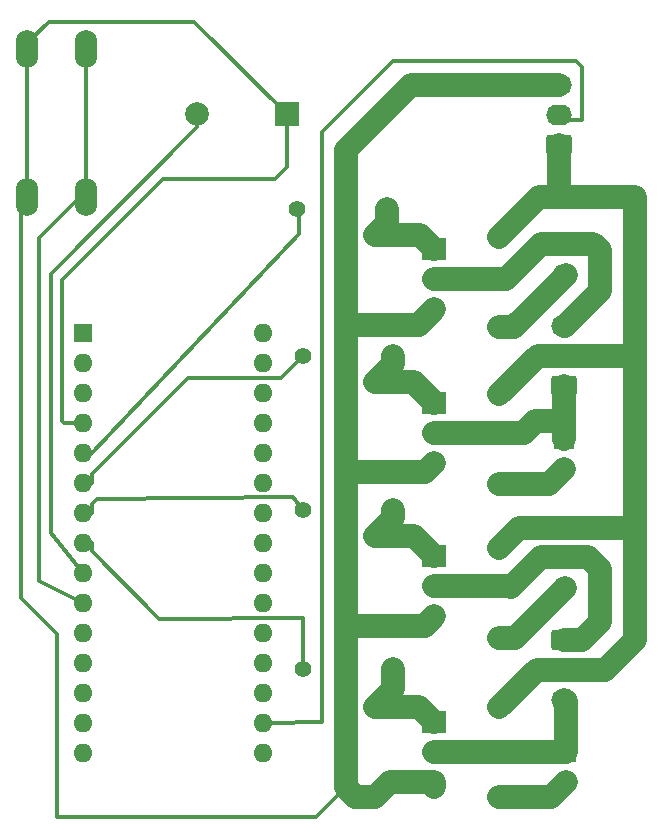
<source format=gbr>
%TF.GenerationSoftware,KiCad,Pcbnew,9.0.6*%
%TF.CreationDate,2025-12-10T20:02:50+01:00*%
%TF.ProjectId,oppakkerV3,6f707061-6b6b-4657-9256-332e6b696361,rev?*%
%TF.SameCoordinates,Original*%
%TF.FileFunction,Copper,L2,Bot*%
%TF.FilePolarity,Positive*%
%FSLAX46Y46*%
G04 Gerber Fmt 4.6, Leading zero omitted, Abs format (unit mm)*
G04 Created by KiCad (PCBNEW 9.0.6) date 2025-12-10 20:02:50*
%MOMM*%
%LPD*%
G01*
G04 APERTURE LIST*
G04 Aperture macros list*
%AMRoundRect*
0 Rectangle with rounded corners*
0 $1 Rounding radius*
0 $2 $3 $4 $5 $6 $7 $8 $9 X,Y pos of 4 corners*
0 Add a 4 corners polygon primitive as box body*
4,1,4,$2,$3,$4,$5,$6,$7,$8,$9,$2,$3,0*
0 Add four circle primitives for the rounded corners*
1,1,$1+$1,$2,$3*
1,1,$1+$1,$4,$5*
1,1,$1+$1,$6,$7*
1,1,$1+$1,$8,$9*
0 Add four rect primitives between the rounded corners*
20,1,$1+$1,$2,$3,$4,$5,0*
20,1,$1+$1,$4,$5,$6,$7,0*
20,1,$1+$1,$6,$7,$8,$9,0*
20,1,$1+$1,$8,$9,$2,$3,0*%
G04 Aperture macros list end*
%TA.AperFunction,ComponentPad*%
%ADD10RoundRect,0.250000X0.845000X-0.620000X0.845000X0.620000X-0.845000X0.620000X-0.845000X-0.620000X0*%
%TD*%
%TA.AperFunction,ComponentPad*%
%ADD11O,2.190000X1.740000*%
%TD*%
%TA.AperFunction,ComponentPad*%
%ADD12RoundRect,0.250000X-0.845000X0.620000X-0.845000X-0.620000X0.845000X-0.620000X0.845000X0.620000X0*%
%TD*%
%TA.AperFunction,ComponentPad*%
%ADD13C,2.000000*%
%TD*%
%TA.AperFunction,ComponentPad*%
%ADD14R,2.000000X2.000000*%
%TD*%
%TA.AperFunction,ComponentPad*%
%ADD15R,2.000000X1.905000*%
%TD*%
%TA.AperFunction,ComponentPad*%
%ADD16O,2.000000X1.905000*%
%TD*%
%TA.AperFunction,ComponentPad*%
%ADD17C,1.400000*%
%TD*%
%TA.AperFunction,ComponentPad*%
%ADD18R,1.600000X1.600000*%
%TD*%
%TA.AperFunction,ComponentPad*%
%ADD19O,1.600000X1.600000*%
%TD*%
%TA.AperFunction,ComponentPad*%
%ADD20R,1.800000X1.800000*%
%TD*%
%TA.AperFunction,ComponentPad*%
%ADD21C,1.800000*%
%TD*%
%TA.AperFunction,ComponentPad*%
%ADD22O,1.900000X3.200000*%
%TD*%
%TA.AperFunction,Conductor*%
%ADD23C,0.350000*%
%TD*%
%TA.AperFunction,Conductor*%
%ADD24C,2.000000*%
%TD*%
G04 APERTURE END LIST*
D10*
%TO.P,J4,1,Pin_1*%
%TO.N,/+48V*%
X166000000Y-93580000D03*
D11*
%TO.P,J4,2,Pin_2*%
%TO.N,/+3.3V*%
X166000000Y-91040000D03*
%TO.P,J4,3,Pin_3*%
%TO.N,/GND*%
X166000000Y-88500000D03*
%TD*%
D12*
%TO.P,J2,1,Pin_1*%
%TO.N,Net-(D3-K)*%
X166500000Y-135500000D03*
D11*
%TO.P,J2,2,Pin_2*%
%TO.N,/+48V*%
X166500000Y-138040000D03*
%TO.P,J2,3,Pin_3*%
%TO.N,Net-(D4-K)*%
X166500000Y-140580000D03*
%TD*%
D10*
%TO.P,J1,1,Pin_1*%
%TO.N,Net-(D2-K)*%
X166500000Y-114000000D03*
D11*
%TO.P,J1,2,Pin_2*%
%TO.N,/+48V*%
X166500000Y-111460000D03*
%TO.P,J1,3,Pin_3*%
%TO.N,Net-(D1-K)*%
X166500000Y-108920000D03*
%TD*%
D13*
%TO.P,BZ1,2,-*%
%TO.N,Net-(A1-D6)*%
X135400000Y-91000000D03*
D14*
%TO.P,BZ1,1,+*%
%TO.N,/GND*%
X143000000Y-91000000D03*
%TD*%
D15*
%TO.P,Q3,1,G*%
%TO.N,Net-(Q3-G)*%
X155500000Y-128420000D03*
D16*
%TO.P,Q3,2,D*%
%TO.N,Net-(D3-K)*%
X155500000Y-130960000D03*
%TO.P,Q3,3,S*%
%TO.N,/GND*%
X155500000Y-133500000D03*
%TD*%
D17*
%TO.P,R1,1*%
%TO.N,Net-(Q1-G)*%
X150500000Y-101190000D03*
%TO.P,R1,2*%
%TO.N,/GND*%
X150500000Y-108810000D03*
%TD*%
D18*
%TO.P,A1,1,D1/TX*%
%TO.N,unconnected-(A1-D1{slash}TX-Pad1)*%
X125760000Y-109500000D03*
D19*
%TO.P,A1,2,D0/RX*%
%TO.N,unconnected-(A1-D0{slash}RX-Pad2)*%
X125760000Y-112040000D03*
%TO.P,A1,3,~{RESET}*%
%TO.N,unconnected-(A1-~{RESET}-Pad3)*%
X125760000Y-114580000D03*
%TO.P,A1,4,GND*%
%TO.N,/GND*%
X125760000Y-117120000D03*
%TO.P,A1,5,D2*%
%TO.N,Net-(A1-D2)*%
X125760000Y-119660000D03*
%TO.P,A1,6,D3*%
%TO.N,Net-(A1-D3)*%
X125760000Y-122200000D03*
%TO.P,A1,7,D4*%
%TO.N,Net-(A1-D4)*%
X125760000Y-124740000D03*
%TO.P,A1,8,D5*%
%TO.N,Net-(A1-D5)*%
X125760000Y-127280000D03*
%TO.P,A1,9,D6*%
%TO.N,Net-(A1-D6)*%
X125760000Y-129820000D03*
%TO.P,A1,10,D7*%
%TO.N,Net-(A1-D7)*%
X125760000Y-132360000D03*
%TO.P,A1,11,D8*%
%TO.N,unconnected-(A1-D8-Pad11)*%
X125760000Y-134900000D03*
%TO.P,A1,12,D9*%
%TO.N,unconnected-(A1-D9-Pad12)*%
X125760000Y-137440000D03*
%TO.P,A1,13,D10*%
%TO.N,unconnected-(A1-D10-Pad13)*%
X125760000Y-139980000D03*
%TO.P,A1,14,D11*%
%TO.N,unconnected-(A1-D11-Pad14)*%
X125760000Y-142520000D03*
%TO.P,A1,15,D12*%
%TO.N,unconnected-(A1-D12-Pad15)*%
X125760000Y-145060000D03*
%TO.P,A1,16,D13*%
%TO.N,unconnected-(A1-D13-Pad16)*%
X141000000Y-145060000D03*
%TO.P,A1,17,3V3*%
%TO.N,/+3.3V*%
X141000000Y-142520000D03*
%TO.P,A1,18,AREF*%
%TO.N,unconnected-(A1-AREF-Pad18)*%
X141000000Y-139980000D03*
%TO.P,A1,19,A0*%
%TO.N,unconnected-(A1-A0-Pad19)*%
X141000000Y-137440000D03*
%TO.P,A1,20,A1*%
%TO.N,unconnected-(A1-A1-Pad20)*%
X141000000Y-134900000D03*
%TO.P,A1,21,A2*%
%TO.N,unconnected-(A1-A2-Pad21)*%
X141000000Y-132360000D03*
%TO.P,A1,22,A3*%
%TO.N,unconnected-(A1-A3-Pad22)*%
X141000000Y-129820000D03*
%TO.P,A1,23,A4*%
%TO.N,unconnected-(A1-A4-Pad23)*%
X141000000Y-127280000D03*
%TO.P,A1,24,A5*%
%TO.N,unconnected-(A1-A5-Pad24)*%
X141000000Y-124740000D03*
%TO.P,A1,25,A6*%
%TO.N,unconnected-(A1-A6-Pad25)*%
X141000000Y-122200000D03*
%TO.P,A1,26,A7*%
%TO.N,unconnected-(A1-A7-Pad26)*%
X141000000Y-119660000D03*
%TO.P,A1,27,+5V*%
%TO.N,unconnected-(A1-+5V-Pad27)*%
X141000000Y-117120000D03*
%TO.P,A1,28,~{RESET}*%
%TO.N,unconnected-(A1-~{RESET}-Pad28)*%
X141000000Y-114580000D03*
%TO.P,A1,29,GND*%
%TO.N,unconnected-(A1-GND-Pad29)*%
X141000000Y-112040000D03*
%TO.P,A1,30,VIN*%
%TO.N,unconnected-(A1-VIN-Pad30)*%
X141000000Y-109500000D03*
%TD*%
D17*
%TO.P,R11,1*%
%TO.N,Net-(Q4-G)*%
X150500000Y-141190000D03*
%TO.P,R11,2*%
%TO.N,/GND*%
X150500000Y-148810000D03*
%TD*%
%TO.P,R3,1*%
%TO.N,/+48V*%
X161000000Y-101380000D03*
%TO.P,R3,2*%
%TO.N,Net-(D1-A)*%
X161000000Y-109000000D03*
%TD*%
D15*
%TO.P,Q4,1,G*%
%TO.N,Net-(Q4-G)*%
X155500000Y-142500000D03*
D16*
%TO.P,Q4,2,D*%
%TO.N,Net-(D4-K)*%
X155500000Y-145040000D03*
%TO.P,Q4,3,S*%
%TO.N,/GND*%
X155500000Y-147580000D03*
%TD*%
D20*
%TO.P,D1,1,K*%
%TO.N,Net-(D1-K)*%
X166500000Y-101960000D03*
D21*
%TO.P,D1,2,A*%
%TO.N,Net-(D1-A)*%
X166500000Y-104500000D03*
%TD*%
D20*
%TO.P,D2,1,K*%
%TO.N,Net-(D2-K)*%
X166500000Y-118460000D03*
D21*
%TO.P,D2,2,A*%
%TO.N,Net-(D2-A)*%
X166500000Y-121000000D03*
%TD*%
D17*
%TO.P,R2,1*%
%TO.N,Net-(Q1-G)*%
X151500000Y-99000000D03*
%TO.P,R2,2*%
%TO.N,Net-(A1-D2)*%
X143880000Y-99000000D03*
%TD*%
%TO.P,R4,1*%
%TO.N,Net-(Q2-G)*%
X150500000Y-113690000D03*
%TO.P,R4,2*%
%TO.N,/GND*%
X150500000Y-121310000D03*
%TD*%
D15*
%TO.P,Q2,1,G*%
%TO.N,Net-(Q2-G)*%
X155500000Y-115420000D03*
D16*
%TO.P,Q2,2,D*%
%TO.N,Net-(D2-K)*%
X155500000Y-117960000D03*
%TO.P,Q2,3,S*%
%TO.N,/GND*%
X155500000Y-120500000D03*
%TD*%
D17*
%TO.P,R8,1*%
%TO.N,Net-(Q3-G)*%
X150500000Y-126690000D03*
%TO.P,R8,2*%
%TO.N,/GND*%
X150500000Y-134310000D03*
%TD*%
%TO.P,R10,2*%
%TO.N,Net-(A1-D5)*%
X144380000Y-138000000D03*
%TO.P,R10,1*%
%TO.N,Net-(Q4-G)*%
X152000000Y-138000000D03*
%TD*%
%TO.P,R9,1*%
%TO.N,/+48V*%
X161000000Y-127690000D03*
%TO.P,R9,2*%
%TO.N,Net-(D3-A)*%
X161000000Y-135310000D03*
%TD*%
%TO.P,R6,1*%
%TO.N,/+48V*%
X161000000Y-114690000D03*
%TO.P,R6,2*%
%TO.N,Net-(D2-A)*%
X161000000Y-122310000D03*
%TD*%
D15*
%TO.P,Q1,1,G*%
%TO.N,Net-(Q1-G)*%
X155500000Y-102420000D03*
D16*
%TO.P,Q1,2,D*%
%TO.N,Net-(D1-K)*%
X155500000Y-104960000D03*
%TO.P,Q1,3,S*%
%TO.N,/GND*%
X155500000Y-107500000D03*
%TD*%
D20*
%TO.P,D4,1,K*%
%TO.N,Net-(D4-K)*%
X166637186Y-145000000D03*
D21*
%TO.P,D4,2,A*%
%TO.N,Net-(D4-A)*%
X166637186Y-147540000D03*
%TD*%
D17*
%TO.P,R12,1*%
%TO.N,/+48V*%
X161000000Y-141190000D03*
%TO.P,R12,2*%
%TO.N,Net-(D4-A)*%
X161000000Y-148810000D03*
%TD*%
%TO.P,R5,1*%
%TO.N,Net-(Q2-G)*%
X152000000Y-111500000D03*
%TO.P,R5,2*%
%TO.N,Net-(A1-D3)*%
X144380000Y-111500000D03*
%TD*%
D20*
%TO.P,D3,1,K*%
%TO.N,Net-(D3-K)*%
X166500000Y-128500000D03*
D21*
%TO.P,D3,2,A*%
%TO.N,Net-(D3-A)*%
X166500000Y-131040000D03*
%TD*%
D17*
%TO.P,R7,1*%
%TO.N,Net-(Q3-G)*%
X152000000Y-124500000D03*
%TO.P,R7,2*%
%TO.N,Net-(A1-D4)*%
X144380000Y-124500000D03*
%TD*%
D22*
%TO.P,SW1,2,2*%
%TO.N,Net-(A1-D7)*%
X126000000Y-85500000D03*
X126000000Y-98000000D03*
%TO.P,SW1,1,1*%
%TO.N,/GND*%
X121000000Y-85500000D03*
X121000000Y-98000000D03*
%TD*%
D23*
%TO.N,Net-(A1-D6)*%
X123000000Y-126500000D02*
X123000000Y-104500000D01*
X123000000Y-104500000D02*
X135400000Y-92100000D01*
X135400000Y-92100000D02*
X135400000Y-91000000D01*
%TO.N,Net-(A1-D7)*%
X125760000Y-132360000D02*
X122000000Y-130500000D01*
%TO.N,/GND*%
X135176000Y-83176000D02*
X143000000Y-91000000D01*
X123500000Y-135000000D02*
X120500000Y-132000000D01*
X145500000Y-150500000D02*
X123500000Y-150500000D01*
X121000000Y-85000000D02*
X122824000Y-83176000D01*
X122824000Y-83176000D02*
X135176000Y-83176000D01*
%TO.N,Net-(A1-D7)*%
X122000000Y-130500000D02*
X122000000Y-101500000D01*
%TO.N,/GND*%
X120500000Y-132000000D02*
X120500000Y-98500000D01*
%TO.N,Net-(A1-D7)*%
X122000000Y-101500000D02*
X125500000Y-98000000D01*
%TO.N,/GND*%
X121000000Y-85500000D02*
X121000000Y-85000000D01*
X148000000Y-148000000D02*
X145500000Y-150500000D01*
X123500000Y-150500000D02*
X123500000Y-135000000D01*
%TO.N,Net-(A1-D7)*%
X125500000Y-98000000D02*
X126000000Y-98000000D01*
%TO.N,/GND*%
X120500000Y-98500000D02*
X121000000Y-98000000D01*
X121000000Y-85500000D02*
X121000000Y-98000000D01*
%TO.N,Net-(A1-D7)*%
X126000000Y-85500000D02*
X126000000Y-98000000D01*
%TO.N,/GND*%
X125760000Y-117120000D02*
X124120000Y-117120000D01*
X124000000Y-117000000D02*
X124000000Y-105000000D01*
X124000000Y-105000000D02*
X132500000Y-96500000D01*
X143000000Y-95500000D02*
X143000000Y-91000000D01*
X132500000Y-96500000D02*
X142000000Y-96500000D01*
X124120000Y-117120000D02*
X124000000Y-117000000D01*
X142000000Y-96500000D02*
X143000000Y-95500000D01*
%TO.N,Net-(A1-D2)*%
X144000000Y-101165402D02*
X126476000Y-119660000D01*
D24*
%TO.N,Net-(Q1-G)*%
X151500000Y-99000000D02*
X151500000Y-100190000D01*
X151500000Y-100190000D02*
X150500000Y-101190000D01*
D23*
%TO.N,Net-(A1-D2)*%
X143880000Y-99000000D02*
X144000000Y-99120000D01*
X144000000Y-99120000D02*
X144000000Y-101165402D01*
%TO.N,Net-(A1-D6)*%
X123000000Y-126500000D02*
X125760000Y-129820000D01*
D24*
%TO.N,Net-(D3-K)*%
X164500000Y-128500000D02*
X162000000Y-131000000D01*
X166500000Y-128500000D02*
X164500000Y-128500000D01*
X161960000Y-130960000D02*
X155500000Y-130960000D01*
X162000000Y-131000000D02*
X161960000Y-130960000D01*
D23*
%TO.N,/+3.3V*%
X141000000Y-142520000D02*
X141381694Y-142520000D01*
X141381694Y-142520000D02*
X145956000Y-142500000D01*
X145956000Y-142500000D02*
X145956000Y-92544000D01*
X145956000Y-92544000D02*
X152000000Y-86500000D01*
X152000000Y-86500000D02*
X167500000Y-86500000D01*
X167500000Y-86500000D02*
X168000000Y-87000000D01*
X168000000Y-87000000D02*
X168000000Y-91500000D01*
X168000000Y-91500000D02*
X166460000Y-91500000D01*
X166460000Y-91500000D02*
X166000000Y-91040000D01*
D24*
%TO.N,/+48V*%
X164380000Y-98000000D02*
X166000000Y-98000000D01*
X166000000Y-93580000D02*
X166000000Y-98000000D01*
%TO.N,/GND*%
X166000000Y-88500000D02*
X153500000Y-88500000D01*
X153500000Y-88500000D02*
X148000000Y-94000000D01*
%TO.N,Net-(D1-K)*%
X166500000Y-101960000D02*
X164540000Y-101960000D01*
X164540000Y-101960000D02*
X161540000Y-104960000D01*
X161540000Y-104960000D02*
X155500000Y-104960000D01*
%TO.N,Net-(D2-K)*%
X166500000Y-114000000D02*
X166500000Y-117000000D01*
X164000000Y-117000000D02*
X166500000Y-117000000D01*
X163040000Y-117960000D02*
X164000000Y-117000000D01*
D23*
%TO.N,Net-(A1-D3)*%
X144380000Y-111500000D02*
X142511171Y-113315806D01*
X134646008Y-113306969D02*
X126476000Y-121484000D01*
X126476000Y-121484000D02*
X126476000Y-122200000D01*
X142511171Y-113315806D02*
X134646008Y-113306969D01*
%TO.N,Net-(A1-D4)*%
X144380000Y-124500000D02*
X143487647Y-123452424D01*
X143487647Y-123452424D02*
X126936000Y-123564000D01*
X126936000Y-123564000D02*
X126476000Y-124024000D01*
X126476000Y-124024000D02*
X126476000Y-124740000D01*
%TO.N,Net-(A1-D5)*%
X144380000Y-138000000D02*
X144380000Y-136616884D01*
X126476000Y-127996000D02*
X126476000Y-127280000D01*
X144380000Y-136616884D02*
X144390044Y-133631858D01*
X144390044Y-133631858D02*
X132204000Y-133724000D01*
X132204000Y-133724000D02*
X126476000Y-127996000D01*
D24*
%TO.N,Net-(D2-A)*%
X161000000Y-122310000D02*
X165190000Y-122310000D01*
X165190000Y-122310000D02*
X166500000Y-121000000D01*
%TO.N,Net-(D3-A)*%
X161000000Y-135310000D02*
X162302684Y-135310000D01*
X162302684Y-135310000D02*
X166536342Y-131076342D01*
%TO.N,Net-(D4-A)*%
X161000000Y-148810000D02*
X165367186Y-148810000D01*
X165367186Y-148810000D02*
X166637186Y-147540000D01*
%TO.N,Net-(Q4-G)*%
X150500000Y-141190000D02*
X154190000Y-141190000D01*
X154190000Y-141190000D02*
X155500000Y-142500000D01*
X152000000Y-138000000D02*
X152000000Y-139690000D01*
X152000000Y-139690000D02*
X150500000Y-141190000D01*
%TO.N,Net-(Q3-G)*%
X150500000Y-126690000D02*
X153770000Y-126690000D01*
X153770000Y-126690000D02*
X155500000Y-128420000D01*
X152000000Y-124500000D02*
X152000000Y-125190000D01*
X152000000Y-125190000D02*
X150500000Y-126690000D01*
%TO.N,Net-(Q2-G)*%
X150500000Y-113690000D02*
X153770000Y-113690000D01*
X153770000Y-113690000D02*
X155500000Y-115420000D01*
X152000000Y-111500000D02*
X152000000Y-112190000D01*
X152000000Y-112190000D02*
X150500000Y-113690000D01*
%TO.N,Net-(Q1-G)*%
X150500000Y-101190000D02*
X154270000Y-101190000D01*
X154270000Y-101190000D02*
X155500000Y-102420000D01*
%TO.N,Net-(D2-K)*%
X166500000Y-117000000D02*
X166500000Y-118460000D01*
%TO.N,/+48V*%
X172500000Y-126000000D02*
X172500000Y-111500000D01*
X166500000Y-111460000D02*
X172460000Y-111460000D01*
X172460000Y-111460000D02*
X172500000Y-111500000D01*
X161000000Y-114690000D02*
X164230000Y-111460000D01*
X164230000Y-111460000D02*
X166500000Y-111460000D01*
%TO.N,Net-(D1-K)*%
X166500000Y-101960000D02*
X168960000Y-101960000D01*
X169500000Y-102500000D02*
X169500000Y-106000000D01*
X168960000Y-101960000D02*
X169500000Y-102500000D01*
X169500000Y-106000000D02*
X166580000Y-108920000D01*
X166580000Y-108920000D02*
X166500000Y-108920000D01*
%TO.N,Net-(D1-A)*%
X161000000Y-109000000D02*
X162249870Y-109000000D01*
X162249870Y-109000000D02*
X166624935Y-104624935D01*
%TO.N,/+48V*%
X172500000Y-111500000D02*
X172500000Y-98000000D01*
X166000000Y-98000000D02*
X172500000Y-98000000D01*
X161000000Y-101380000D02*
X164380000Y-98000000D01*
X166500000Y-138040000D02*
X169960000Y-138040000D01*
X169960000Y-138040000D02*
X172500000Y-135500000D01*
X172500000Y-135500000D02*
X172500000Y-126000000D01*
X172500000Y-126000000D02*
X162690000Y-126000000D01*
X162690000Y-126000000D02*
X161000000Y-127690000D01*
%TO.N,Net-(D3-K)*%
X169500000Y-134000000D02*
X169500000Y-129500000D01*
X169500000Y-129500000D02*
X168500000Y-128500000D01*
X166500000Y-135500000D02*
X168000000Y-135500000D01*
X168000000Y-135500000D02*
X169500000Y-134000000D01*
X168500000Y-128500000D02*
X166500000Y-128500000D01*
%TO.N,/+48V*%
X161000000Y-141190000D02*
X164150000Y-138040000D01*
X164150000Y-138040000D02*
X166500000Y-138040000D01*
%TO.N,Net-(D4-K)*%
X166637186Y-145000000D02*
X166637186Y-140717186D01*
X166637186Y-140717186D02*
X166500000Y-140580000D01*
X162637186Y-145040000D02*
X162677186Y-145000000D01*
X162677186Y-145000000D02*
X166637186Y-145000000D01*
%TO.N,/GND*%
X148000000Y-108500000D02*
X148000000Y-121000000D01*
X148000000Y-148000000D02*
X148000000Y-134000000D01*
X150500000Y-134310000D02*
X148310000Y-134310000D01*
X148310000Y-134310000D02*
X148000000Y-134000000D01*
X148000000Y-134000000D02*
X148000000Y-121000000D01*
X150500000Y-121310000D02*
X148310000Y-121310000D01*
X148310000Y-121310000D02*
X148000000Y-121000000D01*
X150500000Y-108810000D02*
X148310000Y-108810000D01*
X148310000Y-108810000D02*
X148000000Y-108500000D01*
X154190000Y-108810000D02*
X150500000Y-108810000D01*
X148000000Y-108500000D02*
X148000000Y-94000000D01*
X155500000Y-107500000D02*
X154190000Y-108810000D01*
D23*
%TO.N,Net-(Q2-G)*%
X152690000Y-111500000D02*
X152000000Y-111500000D01*
%TO.N,Net-(Q3-G)*%
X152690000Y-124500000D02*
X152000000Y-124500000D01*
D24*
%TO.N,/GND*%
X150500000Y-134310000D02*
X154690000Y-134310000D01*
X154690000Y-134310000D02*
X155500000Y-133500000D01*
X150500000Y-121310000D02*
X154690000Y-121310000D01*
X154690000Y-121310000D02*
X155500000Y-120500000D01*
X150500000Y-148810000D02*
X148810000Y-148810000D01*
X148810000Y-148810000D02*
X148000000Y-148000000D01*
X155500000Y-147580000D02*
X151730000Y-147580000D01*
X151730000Y-147580000D02*
X150500000Y-148810000D01*
D23*
%TO.N,Net-(D1-A)*%
X162000000Y-108000000D02*
X161000000Y-109000000D01*
D24*
%TO.N,/GND*%
X155500000Y-147580000D02*
X155500000Y-148000000D01*
%TO.N,Net-(D4-K)*%
X162637186Y-145040000D02*
X155500000Y-145040000D01*
%TO.N,Net-(D2-K)*%
X163040000Y-117960000D02*
X155500000Y-117960000D01*
%TD*%
M02*

</source>
